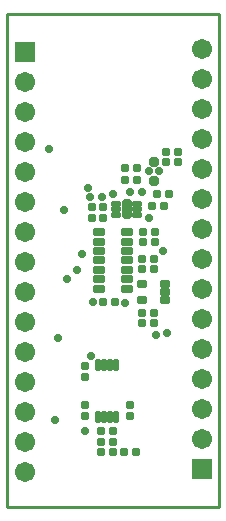
<source format=gbs>
G04*
G04 #@! TF.GenerationSoftware,Altium Limited,CircuitStudio,1.5.1 (13)*
G04*
G04 Layer_Color=16764159*
%FSLAX25Y25*%
%MOIN*%
G70*
G01*
G75*
%ADD23C,0.01000*%
G04:AMPARAMS|DCode=38|XSize=27.69mil|YSize=27.69mil|CornerRadius=5.97mil|HoleSize=0mil|Usage=FLASHONLY|Rotation=180.000|XOffset=0mil|YOffset=0mil|HoleType=Round|Shape=RoundedRectangle|*
%AMROUNDEDRECTD38*
21,1,0.02769,0.01575,0,0,180.0*
21,1,0.01575,0.02769,0,0,180.0*
1,1,0.01194,-0.00787,0.00787*
1,1,0.01194,0.00787,0.00787*
1,1,0.01194,0.00787,-0.00787*
1,1,0.01194,-0.00787,-0.00787*
%
%ADD38ROUNDEDRECTD38*%
G04:AMPARAMS|DCode=43|XSize=43mil|YSize=20.01mil|CornerRadius=5.5mil|HoleSize=0mil|Usage=FLASHONLY|Rotation=90.000|XOffset=0mil|YOffset=0mil|HoleType=Round|Shape=RoundedRectangle|*
%AMROUNDEDRECTD43*
21,1,0.04300,0.00901,0,0,90.0*
21,1,0.03200,0.02001,0,0,90.0*
1,1,0.01100,0.00450,0.01600*
1,1,0.01100,0.00450,-0.01600*
1,1,0.01100,-0.00450,-0.01600*
1,1,0.01100,-0.00450,0.01600*
%
%ADD43ROUNDEDRECTD43*%
G04:AMPARAMS|DCode=45|XSize=27.69mil|YSize=27.69mil|CornerRadius=5.97mil|HoleSize=0mil|Usage=FLASHONLY|Rotation=90.000|XOffset=0mil|YOffset=0mil|HoleType=Round|Shape=RoundedRectangle|*
%AMROUNDEDRECTD45*
21,1,0.02769,0.01575,0,0,90.0*
21,1,0.01575,0.02769,0,0,90.0*
1,1,0.01194,0.00787,0.00787*
1,1,0.01194,0.00787,-0.00787*
1,1,0.01194,-0.00787,-0.00787*
1,1,0.01194,-0.00787,0.00787*
%
%ADD45ROUNDEDRECTD45*%
%ADD51R,0.06706X0.06706*%
%ADD52C,0.06706*%
%ADD53C,0.02800*%
G04:AMPARAMS|DCode=54|XSize=38mil|YSize=26mil|CornerRadius=4.9mil|HoleSize=0mil|Usage=FLASHONLY|Rotation=0.000|XOffset=0mil|YOffset=0mil|HoleType=Round|Shape=RoundedRectangle|*
%AMROUNDEDRECTD54*
21,1,0.03800,0.01620,0,0,0.0*
21,1,0.02820,0.02600,0,0,0.0*
1,1,0.00980,0.01410,-0.00810*
1,1,0.00980,-0.01410,-0.00810*
1,1,0.00980,-0.01410,0.00810*
1,1,0.00980,0.01410,0.00810*
%
%ADD54ROUNDEDRECTD54*%
G04:AMPARAMS|DCode=55|XSize=24mil|YSize=34mil|CornerRadius=4.8mil|HoleSize=0mil|Usage=FLASHONLY|Rotation=270.000|XOffset=0mil|YOffset=0mil|HoleType=Round|Shape=RoundedRectangle|*
%AMROUNDEDRECTD55*
21,1,0.02400,0.02440,0,0,270.0*
21,1,0.01440,0.03400,0,0,270.0*
1,1,0.00960,-0.01220,-0.00720*
1,1,0.00960,-0.01220,0.00720*
1,1,0.00960,0.01220,0.00720*
1,1,0.00960,0.01220,-0.00720*
%
%ADD55ROUNDEDRECTD55*%
G04:AMPARAMS|DCode=56|XSize=31.62mil|YSize=31.62mil|CornerRadius=6.36mil|HoleSize=0mil|Usage=FLASHONLY|Rotation=270.000|XOffset=0mil|YOffset=0mil|HoleType=Round|Shape=RoundedRectangle|*
%AMROUNDEDRECTD56*
21,1,0.03162,0.01890,0,0,270.0*
21,1,0.01890,0.03162,0,0,270.0*
1,1,0.01272,-0.00945,-0.00945*
1,1,0.01272,-0.00945,0.00945*
1,1,0.01272,0.00945,0.00945*
1,1,0.01272,0.00945,-0.00945*
%
%ADD56ROUNDEDRECTD56*%
G04:AMPARAMS|DCode=57|XSize=23.75mil|YSize=23.75mil|CornerRadius=5.58mil|HoleSize=0mil|Usage=FLASHONLY|Rotation=270.000|XOffset=0mil|YOffset=0mil|HoleType=Round|Shape=RoundedRectangle|*
%AMROUNDEDRECTD57*
21,1,0.02375,0.01260,0,0,270.0*
21,1,0.01260,0.02375,0,0,270.0*
1,1,0.01115,-0.00630,-0.00630*
1,1,0.01115,-0.00630,0.00630*
1,1,0.01115,0.00630,0.00630*
1,1,0.01115,0.00630,-0.00630*
%
%ADD57ROUNDEDRECTD57*%
G04:AMPARAMS|DCode=58|XSize=32.02mil|YSize=63.91mil|CornerRadius=5.2mil|HoleSize=0mil|Usage=FLASHONLY|Rotation=180.000|XOffset=0mil|YOffset=0mil|HoleType=Round|Shape=RoundedRectangle|*
%AMROUNDEDRECTD58*
21,1,0.03202,0.05350,0,0,180.0*
21,1,0.02161,0.06391,0,0,180.0*
1,1,0.01040,-0.01081,0.02675*
1,1,0.01040,0.01081,0.02675*
1,1,0.01040,0.01081,-0.02675*
1,1,0.01040,-0.01081,-0.02675*
%
%ADD58ROUNDEDRECTD58*%
G04:AMPARAMS|DCode=59|XSize=34.58mil|YSize=17.84mil|CornerRadius=4.49mil|HoleSize=0mil|Usage=FLASHONLY|Rotation=180.000|XOffset=0mil|YOffset=0mil|HoleType=Round|Shape=RoundedRectangle|*
%AMROUNDEDRECTD59*
21,1,0.03458,0.00886,0,0,180.0*
21,1,0.02559,0.01784,0,0,180.0*
1,1,0.00898,-0.01280,0.00443*
1,1,0.00898,0.01280,0.00443*
1,1,0.00898,0.01280,-0.00443*
1,1,0.00898,-0.01280,-0.00443*
%
%ADD59ROUNDEDRECTD59*%
D23*
X64567Y182214D02*
X135433D01*
Y17786D02*
Y182214D01*
X64567Y17786D02*
X135433D01*
X64567D02*
Y182214D01*
D38*
X118468Y122000D02*
D03*
X114532D02*
D03*
X117598Y136286D02*
D03*
X121535D02*
D03*
X117598Y132786D02*
D03*
X121535D02*
D03*
X109531Y82500D02*
D03*
X113469D02*
D03*
X109531Y79000D02*
D03*
X113469D02*
D03*
X109531Y97000D02*
D03*
X113469D02*
D03*
X109531Y100500D02*
D03*
X113469D02*
D03*
X110031Y109500D02*
D03*
X113969D02*
D03*
X110031Y106000D02*
D03*
X113969D02*
D03*
X100469Y86000D02*
D03*
X96531D02*
D03*
X96031Y43000D02*
D03*
X99968D02*
D03*
X96031Y39500D02*
D03*
X99968D02*
D03*
Y36000D02*
D03*
X96031D02*
D03*
X107468D02*
D03*
X103532D02*
D03*
X113031Y118000D02*
D03*
X116969D02*
D03*
D43*
X95063Y47955D02*
D03*
X97031D02*
D03*
X99000D02*
D03*
X100969D02*
D03*
Y65045D02*
D03*
X99000D02*
D03*
X97031D02*
D03*
X95063D02*
D03*
D45*
X90500Y48031D02*
D03*
Y51968D02*
D03*
Y61032D02*
D03*
Y64969D02*
D03*
X105500Y51968D02*
D03*
Y48031D02*
D03*
X93000Y117968D02*
D03*
Y114032D02*
D03*
X96500Y117968D02*
D03*
Y114032D02*
D03*
X104067Y126817D02*
D03*
Y130754D02*
D03*
X108067Y126817D02*
D03*
Y130754D02*
D03*
D51*
X129528Y30500D02*
D03*
X70472Y169500D02*
D03*
D52*
X129528Y40500D02*
D03*
Y50500D02*
D03*
Y60500D02*
D03*
Y70500D02*
D03*
Y80500D02*
D03*
Y90500D02*
D03*
Y100500D02*
D03*
Y110500D02*
D03*
Y120500D02*
D03*
Y130500D02*
D03*
Y140500D02*
D03*
Y150500D02*
D03*
Y160500D02*
D03*
Y170500D02*
D03*
X70472Y159500D02*
D03*
Y149500D02*
D03*
Y139500D02*
D03*
Y129500D02*
D03*
Y119500D02*
D03*
Y109500D02*
D03*
Y99500D02*
D03*
Y89500D02*
D03*
Y79500D02*
D03*
Y69500D02*
D03*
Y59500D02*
D03*
Y49500D02*
D03*
Y39500D02*
D03*
Y29500D02*
D03*
D53*
X112067Y114286D02*
D03*
X83567Y116786D02*
D03*
X89567Y102286D02*
D03*
X80567Y46786D02*
D03*
X88067Y96786D02*
D03*
X92567Y68286D02*
D03*
X90567Y43286D02*
D03*
X96267Y121086D02*
D03*
X99967Y121986D02*
D03*
X91667Y124186D02*
D03*
X92167Y121186D02*
D03*
X116467Y103286D02*
D03*
X78767Y137086D02*
D03*
X81567Y74286D02*
D03*
X93267Y85986D02*
D03*
X114167Y75286D02*
D03*
X84567Y93701D02*
D03*
X105567Y122786D02*
D03*
X109567D02*
D03*
X118067Y75786D02*
D03*
X104067Y85786D02*
D03*
D54*
X104700Y109449D02*
D03*
X95300D02*
D03*
Y106299D02*
D03*
Y103150D02*
D03*
Y100000D02*
D03*
Y96850D02*
D03*
Y93701D02*
D03*
Y90551D02*
D03*
X104700Y106299D02*
D03*
Y103150D02*
D03*
Y100000D02*
D03*
Y96850D02*
D03*
Y93701D02*
D03*
Y90551D02*
D03*
D55*
X109700Y86941D02*
D03*
Y92059D02*
D03*
X117300Y86941D02*
D03*
Y89500D02*
D03*
Y92059D02*
D03*
D56*
X113567Y132935D02*
D03*
Y126636D02*
D03*
D57*
X111992Y129786D02*
D03*
X115142D02*
D03*
D58*
X104500Y117000D02*
D03*
D59*
X100908Y118968D02*
D03*
Y117000D02*
D03*
Y115032D02*
D03*
X108092D02*
D03*
Y117000D02*
D03*
Y118968D02*
D03*
M02*

</source>
